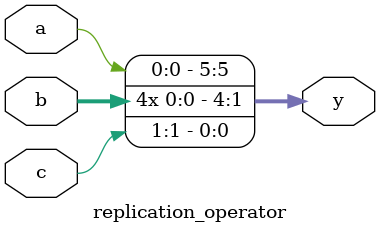
<source format=v>
`timescale 1ns / 1ps


module replication_operator(
  input a,
  input [1:0] b,
  input [1:0] c,
  output [5:0] y);
assign y = {a, {4{b[0]}}, c[1]};
endmodule


</source>
